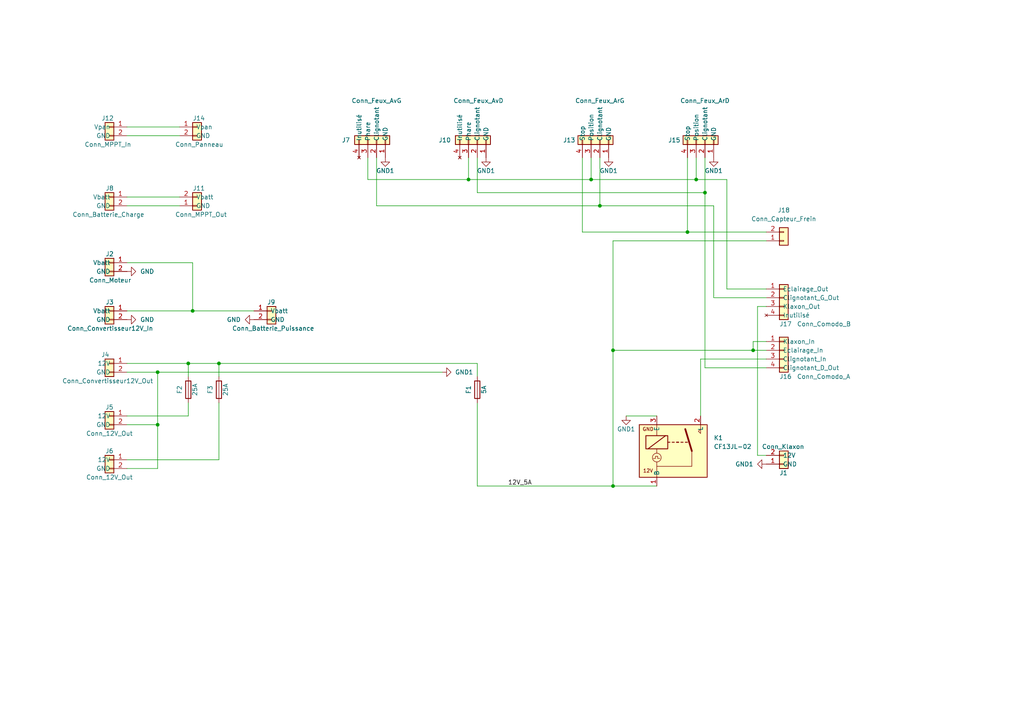
<source format=kicad_sch>
(kicad_sch (version 20211123) (generator eeschema)
  (paper "A4")
  (title_block (title "Boitier électrique vhéliotech") (date "2024-12-28") (company "Vélo solaire pour tous") (comment 1 "Licence CERN-OHL-S version 2"))
  (lib_symbols
    (symbol "Connector_Generic:Conn_01x02" (pin_names (offset 1.016) hide)
      (property "Reference" "J" (at 0 2.54 0))
      (property "Value" "Conn_01x02" (at 0 -5.08 0))
      (symbol "Conn_01x02_1_1"
        (rectangle (start -1.27 -2.413) (end 0 -2.667) (stroke (width 0.1524)))
        (rectangle (start -1.27 0.127) (end 0 -0.127) (stroke (width 0.1524)))
        (rectangle (start -1.27 1.27) (end 1.27 -3.81) (stroke (width 0.254)) (fill (type background)))
        (pin passive line (at -5.08 0 0) (length 3.81) (name "Pin_1") (number "1"))
        (pin passive line (at -5.08 -2.54 0) (length 3.81) (name "Pin_2") (number "2"))
      )
    )
    (symbol "circuit:CF13JL-02"
      (property "Reference" "K" (at 11.43 3.81 0))
      (property "Value" "CF13JL-02" (at 17.78 1.27 0))
      (symbol "CF13JL-02_0_1"
        (circle (center -5.08 -4.445) (radius 1.27))
        (polyline (pts (xy -5.08 -6.985) (xy -5.08 -5.715)))
        (polyline (pts (xy -6.096 -4.699) (xy -5.461 -4.699) (xy -5.461 -4.064) (xy -4.826 -4.064) (xy -4.826 -4.699) (xy -4.191 -4.699)))
      )
      (symbol "CF13JL-02_1_1"
        (rectangle (start -10.16 5.08) (end 9.525 -10.16) (stroke (width 0.254)) (fill (type background)))
        (rectangle (start -8.255 1.905) (end -1.905 -1.905) (stroke (width 0.254)))
        (polyline (pts (xy -7.62 -1.905) (xy -2.54 1.905)) (stroke (width 0.254)))
        (polyline (pts (xy -5.08 -10.16) (xy -5.08 -6.985)))
        (polyline (pts (xy -5.08 -3.175) (xy -5.08 -1.905)))
        (polyline (pts (xy -5.08 5.08) (xy -5.08 1.905)))
        (polyline (pts (xy -1.905 0) (xy -1.27 0)) (stroke (width 0.254)))
        (polyline (pts (xy -0.635 0) (xy 0 0)) (stroke (width 0.254)))
        (polyline (pts (xy 0.635 0) (xy 1.27 0)) (stroke (width 0.254)))
        (polyline (pts (xy 0.635 0) (xy 1.27 0)) (stroke (width 0.254)))
        (polyline (pts (xy 1.905 0) (xy 2.54 0)) (stroke (width 0.254)))
        (polyline (pts (xy 3.175 0) (xy 3.81 0)) (stroke (width 0.254)))
        (polyline (pts (xy 5.08 -6.985) (xy -5.08 -6.985)))
        (polyline (pts (xy 5.08 -2.54) (xy 3.175 3.81)) (stroke (width 0.508)))
        (polyline (pts (xy 5.08 -2.54) (xy 5.08 -6.985)))
        (polyline (pts (xy 7.62 3.81) (xy 7.62 5.08)))
        (polyline (pts (xy 7.62 3.81) (xy 7.62 2.54) (xy 6.985 3.175) (xy 7.62 3.81)))
        (text "12V" (at -7.62 -8.255 0) (effects (font (size 1.016 1.016))))
        (text "GND" (at -7.62 3.81 0) (effects (font (size 1.016 1.016))))
        (pin passive line (at -5.08 -12.7 90) (length 2.54) (name "B") (number "1"))
        (pin passive line (at 7.62 7.62 270) (length 2.54) (name "L") (number "2"))
        (pin passive line (at -5.08 7.62 270) (length 2.54) (name "E") (number "3"))
      )
    )
    (symbol "circuit:Conn_12V_Out" (pin_names (offset 1.016))
      (property "Reference" "J" (at 0 2.54 0))
      (property "Value" "Conn_12V_Out" (at 0 -5.08 0))
      (symbol "Conn_12V_Out_1_1"
        (rectangle (start -1.27 -2.413) (end 0 -2.667) (stroke (width 0.1524)))
        (rectangle (start -1.27 0.127) (end 0 -0.127) (stroke (width 0.1524)))
        (rectangle (start -1.27 1.27) (end 1.27 -3.81) (stroke (width 0.254)) (fill (type background)))
        (pin power_in line (at -5.08 0 0) (length 3.81) (name "12V") (number "1"))
        (pin power_in line (at -5.08 -2.54 0) (length 3.81) (name "GND") (number "2"))
      )
    )
    (symbol "circuit:Conn_Batterie_Charge" (pin_names (offset 1.016))
      (property "Reference" "J" (at 0 2.54 0))
      (property "Value" "Conn_Batterie_Charge" (at 0 -5.08 0))
      (symbol "Conn_Batterie_Charge_1_1"
        (rectangle (start -1.27 -2.413) (end 0 -2.667) (stroke (width 0.1524)))
        (rectangle (start -1.27 0.127) (end 0 -0.127) (stroke (width 0.1524)))
        (rectangle (start -1.27 1.27) (end 1.27 -3.81) (stroke (width 0.254)) (fill (type background)))
        (pin power_in line (at -5.08 0 0) (length 3.81) (name "Vbatt") (number "1"))
        (pin power_in line (at -5.08 -2.54 0) (length 3.81) (name "GND") (number "2"))
      )
    )
    (symbol "circuit:Conn_Batterie_Puissance" (pin_names (offset 1.016))
      (property "Reference" "J" (at 0 2.54 0))
      (property "Value" "Conn_Batterie_Puissance" (at 0 -5.08 0))
      (symbol "Conn_Batterie_Puissance_1_1"
        (rectangle (start -1.27 -2.413) (end 0 -2.667) (stroke (width 0.1524)))
        (rectangle (start -1.27 0.127) (end 0 -0.127) (stroke (width 0.1524)))
        (rectangle (start -1.27 1.27) (end 1.27 -3.81) (stroke (width 0.254)) (fill (type background)))
        (pin power_out line (at -5.08 0 0) (length 3.81) (name "Vbatt") (number "1"))
        (pin power_out line (at -5.08 -2.54 0) (length 3.81) (name "GND") (number "2"))
      )
    )
    (symbol "circuit:Conn_Comodo_A" (pin_names (offset 1.016))
      (property "Reference" "J" (at 0 5.08 0))
      (property "Value" "Conn_Comodo_A" (at 0 -7.62 0))
      (symbol "Conn_Comodo_A_1_1"
        (rectangle (start -1.27 -4.953) (end 0 -5.207) (stroke (width 0.1524)))
        (rectangle (start -1.27 -2.413) (end 0 -2.667) (stroke (width 0.1524)))
        (rectangle (start -1.27 0.127) (end 0 -0.127) (stroke (width 0.1524)))
        (rectangle (start -1.27 2.667) (end 0 2.413) (stroke (width 0.1524)))
        (rectangle (start -1.27 3.81) (end 1.27 -6.35) (stroke (width 0.254)) (fill (type background)))
        (pin power_in line (at -5.08 2.54 0) (length 3.81) (name "Klaxon_In") (number "1"))
        (pin power_in line (at -5.08 0 0) (length 3.81) (name "Eclairage_In") (number "2"))
        (pin passive line (at -5.08 -2.54 0) (length 3.81) (name "Clignotant_In") (number "3"))
        (pin passive line (at -5.08 -5.08 0) (length 3.81) (name "Clignotant_D_Out") (number "4"))
      )
    )
    (symbol "circuit:Conn_Comodo_B" (pin_names (offset 1.016))
      (property "Reference" "J" (at 0 5.08 0))
      (property "Value" "Conn_Comodo_B" (at 0 -7.62 0))
      (symbol "Conn_Comodo_B_1_1"
        (rectangle (start -1.27 -4.953) (end 0 -5.207) (stroke (width 0.1524)))
        (rectangle (start -1.27 -2.413) (end 0 -2.667) (stroke (width 0.1524)))
        (rectangle (start -1.27 0.127) (end 0 -0.127) (stroke (width 0.1524)))
        (rectangle (start -1.27 2.667) (end 0 2.413) (stroke (width 0.1524)))
        (rectangle (start -1.27 3.81) (end 1.27 -6.35) (stroke (width 0.254)) (fill (type background)))
        (pin passive line (at -5.08 2.54 0) (length 3.81) (name "Eclairage_Out") (number "1"))
        (pin passive line (at -5.08 0 0) (length 3.81) (name "Clignotant_G_Out") (number "2"))
        (pin passive line (at -5.08 -2.54 0) (length 3.81) (name "Klaxon_Out") (number "3"))
        (pin no_connect line (at -5.08 -5.08 0) (length 3.81) (name "Inutilisé") (number "4"))
      )
    )
    (symbol "circuit:Conn_Convertisseur12V_In" (pin_names (offset 1.016))
      (property "Reference" "J" (at 0 2.54 0))
      (property "Value" "Conn_Convertisseur12V_In" (at 0 -5.08 0))
      (symbol "Conn_Convertisseur12V_In_1_1"
        (rectangle (start -1.27 -2.413) (end 0 -2.667) (stroke (width 0.1524)))
        (rectangle (start -1.27 0.127) (end 0 -0.127) (stroke (width 0.1524)))
        (rectangle (start -1.27 1.27) (end 1.27 -3.81) (stroke (width 0.254)) (fill (type background)))
        (pin power_in line (at -5.08 0 0) (length 3.81) (name "Vbatt") (number "1"))
        (pin power_in line (at -5.08 -2.54 0) (length 3.81) (name "GND") (number "2"))
      )
    )
    (symbol "circuit:Conn_Convertisseur12V_Out" (pin_names (offset 1.016))
      (property "Reference" "J" (at 0 2.54 0))
      (property "Value" "Conn_Convertisseur12V_Out" (at 0 -5.08 0))
      (symbol "Conn_Convertisseur12V_Out_1_1"
        (rectangle (start -1.27 -2.413) (end 0 -2.667) (stroke (width 0.1524)))
        (rectangle (start -1.27 0.127) (end 0 -0.127) (stroke (width 0.1524)))
        (rectangle (start -1.27 1.27) (end 1.27 -3.81) (stroke (width 0.254)) (fill (type background)))
        (pin power_out line (at -5.08 0 0) (length 3.81) (name "12V") (number "1"))
        (pin power_out line (at -5.08 -2.54 0) (length 3.81) (name "GND") (number "2"))
      )
    )
    (symbol "circuit:Conn_Feux_Arriere" (pin_names (offset 1.016))
      (property "Reference" "J" (at 0 5.08 0))
      (property "Value" "Conn_Feux_Arriere" (at 0 -7.62 0))
      (symbol "Conn_Feux_Arriere_1_1"
        (rectangle (start -1.27 -4.953) (end 0 -5.207) (stroke (width 0.1524)))
        (rectangle (start -1.27 -2.413) (end 0 -2.667) (stroke (width 0.1524)))
        (rectangle (start -1.27 0.127) (end 0 -0.127) (stroke (width 0.1524)))
        (rectangle (start -1.27 2.667) (end 0 2.413) (stroke (width 0.1524)))
        (rectangle (start -1.27 3.81) (end 1.27 -6.35) (stroke (width 0.254)) (fill (type background)))
        (pin power_in line (at -5.08 2.54 0) (length 3.81) (name "GND") (number "1"))
        (pin passive line (at -5.08 0 0) (length 3.81) (name "Clignotant") (number "2"))
        (pin passive line (at -5.08 -2.54 0) (length 3.81) (name "Position") (number "3"))
        (pin passive line (at -5.08 -5.08 0) (length 3.81) (name "Stop") (number "4"))
      )
    )
    (symbol "circuit:Conn_Feux_Avant" (pin_names (offset 1.016))
      (property "Reference" "J" (at 0 5.08 0))
      (property "Value" "Conn_Feux_Avant" (at 0 -7.62 0))
      (symbol "Conn_Feux_Avant_1_1"
        (rectangle (start -1.27 -4.953) (end 0 -5.207) (stroke (width 0.1524)))
        (rectangle (start -1.27 -2.413) (end 0 -2.667) (stroke (width 0.1524)))
        (rectangle (start -1.27 0.127) (end 0 -0.127) (stroke (width 0.1524)))
        (rectangle (start -1.27 2.667) (end 0 2.413) (stroke (width 0.1524)))
        (rectangle (start -1.27 3.81) (end 1.27 -6.35) (stroke (width 0.254)) (fill (type background)))
        (pin power_in line (at -5.08 2.54 0) (length 3.81) (name "GND") (number "1"))
        (pin passive line (at -5.08 0 0) (length 3.81) (name "Clignotant") (number "2"))
        (pin passive line (at -5.08 -2.54 0) (length 3.81) (name "Phare") (number "3"))
        (pin no_connect line (at -5.08 -5.08 0) (length 3.81) (name "Inutilisé") (number "4"))
      )
    )
    (symbol "circuit:Conn_Klaxon" (pin_names (offset 1.016))
      (property "Reference" "J" (at 0 2.54 0))
      (property "Value" "Conn_Klaxon" (at 0 -5.08 0))
      (symbol "Conn_Klaxon_1_1"
        (rectangle (start -1.27 -2.413) (end 0 -2.667) (stroke (width 0.1524)))
        (rectangle (start -1.27 0.127) (end 0 -0.127) (stroke (width 0.1524)))
        (rectangle (start -1.27 1.27) (end 1.27 -3.81) (stroke (width 0.254)) (fill (type background)))
        (pin power_in line (at -5.08 0 0) (length 3.81) (name "GND") (number "1"))
        (pin passive line (at -5.08 -2.54 0) (length 3.81) (name "12V") (number "2"))
      )
    )
    (symbol "circuit:Conn_MPPT_In" (pin_names (offset 1.016))
      (property "Reference" "J" (at 0 2.54 0))
      (property "Value" "Conn_MPPT_In" (at 0 -5.08 0))
      (symbol "Conn_MPPT_In_1_1"
        (rectangle (start -1.27 -2.413) (end 0 -2.667) (stroke (width 0.1524)))
        (rectangle (start -1.27 0.127) (end 0 -0.127) (stroke (width 0.1524)))
        (rectangle (start -1.27 1.27) (end 1.27 -3.81) (stroke (width 0.254)) (fill (type background)))
        (pin power_in line (at -5.08 0 0) (length 3.81) (name "Vpan") (number "1"))
        (pin power_in line (at -5.08 -2.54 0) (length 3.81) (name "GND") (number "2"))
      )
    )
    (symbol "circuit:Conn_MPPT_Out" (pin_names (offset 1.016))
      (property "Reference" "J" (at 0 2.54 0))
      (property "Value" "Conn_MPPT_Out" (at 0 -5.08 0))
      (symbol "Conn_MPPT_Out_1_1"
        (rectangle (start -1.27 -2.413) (end 0 -2.667) (stroke (width 0.1524)))
        (rectangle (start -1.27 0.127) (end 0 -0.127) (stroke (width 0.1524)))
        (rectangle (start -1.27 1.27) (end 1.27 -3.81) (stroke (width 0.254)) (fill (type background)))
        (pin power_out line (at -5.08 -2.54 0) (length 3.81) (name "GND") (number "1"))
        (pin power_out line (at -5.08 0 0) (length 3.81) (name "Vbatt") (number "2"))
      )
    )
    (symbol "circuit:Conn_Moteur" (pin_names (offset 1.016))
      (property "Reference" "J" (at 0 2.54 0))
      (property "Value" "Conn_Moteur" (at 0 -5.08 0))
      (symbol "Conn_Moteur_1_1"
        (rectangle (start -1.27 -2.413) (end 0 -2.667) (stroke (width 0.1524)))
        (rectangle (start -1.27 0.127) (end 0 -0.127) (stroke (width 0.1524)))
        (rectangle (start -1.27 1.27) (end 1.27 -3.81) (stroke (width 0.254)) (fill (type background)))
        (pin power_in line (at -5.08 0 0) (length 3.81) (name "Vbatt") (number "1"))
        (pin power_in line (at -5.08 -2.54 0) (length 3.81) (name "GND") (number "2"))
      )
    )
    (symbol "circuit:Conn_Panneau" (pin_names (offset 1.016))
      (property "Reference" "J" (at 0 2.54 0))
      (property "Value" "Conn_Panneau" (at 0 -5.08 0))
      (symbol "Conn_Panneau_1_1"
        (rectangle (start -1.27 -2.413) (end 0 -2.667) (stroke (width 0.1524)))
        (rectangle (start -1.27 0.127) (end 0 -0.127) (stroke (width 0.1524)))
        (rectangle (start -1.27 1.27) (end 1.27 -3.81) (stroke (width 0.254)) (fill (type background)))
        (pin power_out line (at -5.08 0 0) (length 3.81) (name "Vpan") (number "1"))
        (pin power_out line (at -5.08 -2.54 0) (length 3.81) (name "GND") (number "2"))
      )
    )
    (symbol "circuit:Fuse" (pin_numbers hide) (pin_names (offset 0))
      (property "Reference" "F" (at 2.032 0 90))
      (property "Value" "Fuse" (at -1.905 0 90))
      (symbol "Fuse_0_1"
        (rectangle (start -0.762 -2.54) (end 0.762 2.54) (stroke (width 0.254)))
        (polyline (pts (xy 0 2.54) (xy 0 -2.54)))
      )
      (symbol "Fuse_1_1"
        (pin power_out line (at 0 3.81 270) (length 1.27) (name "~") (number "1"))
        (pin power_in line (at 0 -3.81 90) (length 1.27) (name "~") (number "2"))
      )
    )
    (symbol "power:GND" (power) (pin_names (offset 0))
      (property "Value" "GND" (at 0 -3.81 0))
      (symbol "GND_0_1"
        (polyline (pts (xy 0 0) (xy 0 -1.27) (xy 1.27 -1.27) (xy 0 -2.54) (xy -1.27 -1.27) (xy 0 -1.27)))
      )
      (symbol "GND_1_1"
        (pin power_in line (at 0 0 270) (length 0) hide (name "GND") (number "1"))
      )
    )
    (symbol "power:GND1" (power) (pin_names (offset 0))
      (property "Value" "GND1" (at 0 -3.81 0))
      (symbol "GND1_0_1"
        (polyline (pts (xy 0 0) (xy 0 -1.27) (xy 1.27 -1.27) (xy 0 -2.54) (xy -1.27 -1.27) (xy 0 -1.27)))
      )
      (symbol "GND1_1_1"
        (pin power_in line (at 0 0 270) (length 0) hide (name "GND1") (number "1"))
      )
    )
  )
  (junction (at 173.99 59.69))
  (junction (at 55.88 90.17))
  (junction (at 135.89 52.07))
  (junction (at 171.45 52.07))
  (junction (at 63.5 105.41))
  (junction (at 45.72 123.19))
  (junction (at 199.39 67.31))
  (junction (at 177.8 140.97))
  (junction (at 54.61 105.41))
  (junction (at 177.8 101.6))
  (junction (at 201.93 52.07))
  (junction (at 204.47 55.88))
  (junction (at 218.44 101.6))
  (junction (at 45.72 107.95))
  (wire (pts (xy 55.88 76.2) (xy 36.83 76.2)))
  (wire (pts (xy 54.61 116.84) (xy 54.61 120.65)))
  (wire (pts (xy 54.61 105.41) (xy 54.61 109.22)))
  (wire (pts (xy 36.83 133.35) (xy 63.5 133.35)))
  (wire (pts (xy 135.89 52.07) (xy 106.68 52.07)))
  (wire (pts (xy 218.44 99.06) (xy 222.25 99.06)))
  (wire (pts (xy 36.83 57.15) (xy 52.07 57.15)))
  (wire (pts (xy 201.93 45.72) (xy 201.93 52.07)))
  (wire (pts (xy 173.99 45.72) (xy 173.99 59.69)))
  (wire (pts (xy 63.5 133.35) (xy 63.5 116.84)))
  (wire (pts (xy 138.43 116.84) (xy 138.43 140.97)))
  (wire (pts (xy 36.83 90.17) (xy 55.88 90.17)))
  (wire (pts (xy 203.2 104.14) (xy 222.25 104.14)))
  (wire (pts (xy 204.47 55.88) (xy 138.43 55.88)))
  (wire (pts (xy 135.89 45.72) (xy 135.89 52.07)))
  (wire (pts (xy 54.61 105.41) (xy 63.5 105.41)))
  (wire (pts (xy 218.44 101.6) (xy 177.8 101.6)))
  (wire (pts (xy 207.01 86.36) (xy 222.25 86.36)))
  (wire (pts (xy 138.43 109.22) (xy 138.43 105.41)))
  (wire (pts (xy 219.71 132.08) (xy 222.25 132.08)))
  (wire (pts (xy 63.5 105.41) (xy 138.43 105.41)))
  (wire (pts (xy 45.72 107.95) (xy 45.72 123.19)))
  (wire (pts (xy 45.72 123.19) (xy 45.72 135.89)))
  (wire (pts (xy 222.25 67.31) (xy 199.39 67.31)))
  (wire (pts (xy 177.8 101.6) (xy 177.8 140.97)))
  (wire (pts (xy 199.39 67.31) (xy 199.39 45.72)))
  (wire (pts (xy 222.25 101.6) (xy 218.44 101.6)))
  (wire (pts (xy 210.82 52.07) (xy 210.82 83.82)))
  (wire (pts (xy 45.72 135.89) (xy 36.83 135.89)))
  (wire (pts (xy 203.2 120.65) (xy 203.2 104.14)))
  (wire (pts (xy 181.61 120.65) (xy 190.5 120.65)))
  (wire (pts (xy 168.91 67.31) (xy 168.91 45.72)))
  (wire (pts (xy 63.5 105.41) (xy 63.5 109.22)))
  (wire (pts (xy 109.22 59.69) (xy 109.22 45.72)))
  (wire (pts (xy 55.88 90.17) (xy 73.66 90.17)))
  (wire (pts (xy 204.47 106.68) (xy 222.25 106.68)))
  (wire (pts (xy 177.8 69.85) (xy 222.25 69.85)))
  (wire (pts (xy 36.83 120.65) (xy 54.61 120.65)))
  (wire (pts (xy 219.71 88.9) (xy 219.71 132.08)))
  (wire (pts (xy 135.89 52.07) (xy 171.45 52.07)))
  (wire (pts (xy 171.45 45.72) (xy 171.45 52.07)))
  (wire (pts (xy 45.72 107.95) (xy 128.27 107.95)))
  (wire (pts (xy 177.8 69.85) (xy 177.8 101.6)))
  (wire (pts (xy 173.99 59.69) (xy 109.22 59.69)))
  (wire (pts (xy 207.01 59.69) (xy 207.01 86.36)))
  (wire (pts (xy 190.5 140.97) (xy 177.8 140.97)))
  (wire (pts (xy 218.44 101.6) (xy 218.44 99.06)))
  (wire (pts (xy 55.88 90.17) (xy 55.88 76.2)))
  (wire (pts (xy 199.39 67.31) (xy 168.91 67.31)))
  (wire (pts (xy 177.8 140.97) (xy 138.43 140.97)))
  (wire (pts (xy 138.43 55.88) (xy 138.43 45.72)))
  (wire (pts (xy 36.83 123.19) (xy 45.72 123.19)))
  (wire (pts (xy 204.47 55.88) (xy 204.47 106.68)))
  (wire (pts (xy 36.83 39.37) (xy 52.07 39.37)))
  (wire (pts (xy 222.25 88.9) (xy 219.71 88.9)))
  (wire (pts (xy 36.83 107.95) (xy 45.72 107.95)))
  (wire (pts (xy 173.99 59.69) (xy 207.01 59.69)))
  (wire (pts (xy 36.83 36.83) (xy 52.07 36.83)))
  (wire (pts (xy 204.47 45.72) (xy 204.47 55.88)))
  (wire (pts (xy 210.82 83.82) (xy 222.25 83.82)))
  (wire (pts (xy 36.83 105.41) (xy 54.61 105.41)))
  (wire (pts (xy 171.45 52.07) (xy 201.93 52.07)))
  (wire (pts (xy 36.83 59.69) (xy 52.07 59.69)))
  (wire (pts (xy 201.93 52.07) (xy 210.82 52.07)))
  (wire (pts (xy 106.68 52.07) (xy 106.68 45.72)))
  (label "12V_5A" (at 147.32 140.97 0))
  (symbol (lib_id "power:GND") (at 36.83 78.74 90) (unit 1)
    (property "Reference" "#PWR0101" (effects hide))
    (property "Value" "GND" (at 40.64 78.7399 90) (effects (justify right)))
  )
  (symbol (lib_id "circuit:Conn_Convertisseur12V_In") (at 31.75 90.17 0) (mirror y) (unit 1) (in_bom no) (on_board no)
    (property "Reference" "J3" (at 33.02 87.63 0) (effects (justify left)))
    (property "Value" "Conn_Convertisseur12V_In" (at 44.45 95.25 0) (effects (justify left)))
    (property "Footprint" "circuit:TerminalBlock_Amphenol_HG0200X0000G_1x02_P5.00mm_45Degree" (effects hide))
  )
  (symbol (lib_id "power:GND1") (at 111.76 45.72 0) (unit 1)
    (property "Reference" "#PWR0105" (effects hide))
    (property "Value" "GND1" (at 111.76 49.53 0))
  )
  (symbol (lib_id "circuit:Conn_Feux_Avant") (at 138.43 40.64 270) (mirror x) (unit 1)
    (property "Reference" "J10" (at 130.81 40.64 90) (effects (justify right)))
    (property "Value" "Conn_Feux_AvD" (at 146.05 29.21 90) (effects (justify right)))
    (property "Footprint" "circuit:Generic_HeaderSocket_1x04_P5.08mm_Vertical_Open" (effects hide))
  )
  (symbol (lib_id "circuit:CF13JL-02") (at 195.58 128.27 0) (unit 1)
    (property "Reference" "K1" (at 207.01 126.9999 0) (effects (justify left)))
    (property "Value" "CF13JL-02" (at 207.01 129.5399 0) (effects (justify left)))
    (property "Footprint" "circuit:CF13JL-02" (effects hide))
  )
  (symbol (lib_id "circuit:Fuse") (at 54.61 113.03 180) (unit 1) (in_bom no) (on_board no)
    (property "Reference" "F2" (at 52.07 113.03 90))
    (property "Value" "25A" (at 56.515 113.03 90))
    (property "Footprint" "circuit:Littelfuse_FuseHolder_FL1_178.6764.0001" (effects hide))
  )
  (symbol (lib_id "power:GND") (at 73.66 92.71 270) (unit 1)
    (property "Reference" "#PWR0111" (effects hide))
    (property "Value" "GND" (at 69.85 92.7099 90) (effects (justify right)))
  )
  (symbol (lib_id "circuit:Conn_Klaxon") (at 227.33 134.62 0) (mirror x) (unit 1)
    (property "Reference" "J1" (at 226.06 137.16 0) (effects (justify left)))
    (property "Value" "Conn_Klaxon" (at 220.98 129.54 0) (effects (justify left)))
    (property "Footprint" "Connector_Phoenix_MSTB:PhoenixContact_MSTBVA_2,5_2-G-5,08_1x02_P5.08mm_Vertical" (effects hide))
  )
  (symbol (lib_id "circuit:Conn_12V_Out") (at 31.75 120.65 0) (mirror y) (unit 1) (in_bom no) (on_board no)
    (property "Reference" "J5" (at 31.75 118.11 0))
    (property "Value" "Conn_12V_Out" (at 31.75 125.73 0))
    (property "Footprint" "circuit:TerminalBlock_Amphenol_HG0200X0000G_1x02_P5.00mm_45Degree" (effects hide))
  )
  (symbol (lib_id "power:GND1") (at 140.97 45.72 0) (unit 1)
    (property "Reference" "#PWR0106" (effects hide))
    (property "Value" "GND1" (at 140.97 49.53 0))
  )
  (symbol (lib_id "circuit:Conn_Feux_Arriere") (at 173.99 40.64 270) (mirror x) (unit 1)
    (property "Reference" "J13" (at 165.1 40.64 90))
    (property "Value" "Conn_Feux_ArG" (at 173.99 29.21 90))
    (property "Footprint" "circuit:Generic_HeaderSocket_1x04_P5.08mm_Vertical_Open" (effects hide))
  )
  (symbol (lib_id "circuit:Conn_Batterie_Puissance") (at 78.74 90.17 0) (unit 1) (in_bom no) (on_board no)
    (property "Reference" "J9" (at 77.47 87.63 0) (effects (justify left)))
    (property "Value" "Conn_Batterie_Puissance" (at 67.31 95.25 0) (effects (justify left)))
    (property "Footprint" "circuit:TerminalBlock_Amphenol_HG0200X0000G_1x02_P5.00mm_45Degree" (effects hide))
  )
  (symbol (lib_id "circuit:Conn_Moteur") (at 31.75 76.2 0) (mirror y) (unit 1) (in_bom no) (on_board no)
    (property "Reference" "J2" (at 33.02 73.66 0) (effects (justify left)))
    (property "Value" "Conn_Moteur" (at 38.1 81.28 0) (effects (justify left)))
    (property "Footprint" "circuit:TerminalBlock_Amphenol_HG0200X0000G_1x02_P5.00mm_45Degree" (effects hide))
  )
  (symbol (lib_id "power:GND1") (at 222.25 134.62 270) (mirror x) (unit 1)
    (property "Reference" "#PWR0102" (effects hide))
    (property "Value" "GND1" (at 215.9 134.62 90))
  )
  (symbol (lib_id "circuit:Conn_Convertisseur12V_Out") (at 31.75 105.41 0) (mirror y) (unit 1)
    (property "Reference" "J4" (at 31.75 102.87 0) (effects (justify left)))
    (property "Value" "Conn_Convertisseur12V_Out" (at 44.45 110.49 0) (effects (justify left)))
    (property "Footprint" "Connector_Phoenix_MSTB:PhoenixContact_MSTBVA_2,5_2-G-5,08_1x02_P5.08mm_Vertical" (effects hide))
  )
  (symbol (lib_id "circuit:Conn_MPPT_In") (at 31.75 36.83 0) (mirror y) (unit 1) (in_bom no) (on_board no)
    (property "Reference" "J12" (at 33.02 34.29 0) (effects (justify left)))
    (property "Value" "Conn_MPPT_In" (at 38.1 41.91 0) (effects (justify left)))
    (property "Footprint" "circuit:TerminalBlock_Amphenol_HG0200X0000G_1x02_P5.00mm_45Degree" (effects hide))
  )
  (symbol (lib_id "circuit:Conn_Comodo_A") (at 227.33 101.6 0) (unit 1)
    (property "Reference" "J16" (at 226.06 109.22 0) (effects (justify left)))
    (property "Value" "Conn_Comodo_A" (at 231.14 109.22 0) (effects (justify left)))
    (property "Footprint" "circuit:Generic_HeaderSocket_1x04_P5.08mm_Vertical_Open" (effects hide))
  )
  (symbol (lib_id "circuit:Conn_Panneau") (at 57.15 36.83 0) (unit 1) (in_bom no) (on_board no)
    (property "Reference" "J14" (at 55.88 34.29 0) (effects (justify left)))
    (property "Value" "Conn_Panneau" (at 50.8 41.91 0) (effects (justify left)))
    (property "Footprint" "circuit:TerminalBlock_Amphenol_HG0200X0000G_1x02_P5.00mm_45Degree" (effects hide))
  )
  (symbol (lib_id "circuit:Conn_Batterie_Charge") (at 31.75 57.15 0) (mirror y) (unit 1) (in_bom no) (on_board no)
    (property "Reference" "J8" (at 33.02 54.61 0) (effects (justify left)))
    (property "Value" "Conn_Batterie_Charge" (at 41.91 62.23 0) (effects (justify left)))
    (property "Footprint" "circuit:TerminalBlock_Amphenol_HG0200X0000G_1x02_P5.00mm_45Degree" (effects hide))
  )
  (symbol (lib_id "power:GND1") (at 128.27 107.95 90) (unit 1)
    (property "Reference" "#PWR0113" (effects hide))
    (property "Value" "GND1" (at 134.62 107.95 90))
  )
  (symbol (lib_id "circuit:Conn_Comodo_B") (at 227.33 86.36 0) (unit 1)
    (property "Reference" "J17" (at 226.06 93.98 0) (effects (justify left)))
    (property "Value" "Conn_Comodo_B" (at 231.14 93.98 0) (effects (justify left)))
    (property "Footprint" "circuit:Generic_HeaderSocket_1x04_P5.08mm_Vertical_Open" (effects hide))
  )
  (symbol (lib_id "circuit:Fuse") (at 138.43 113.03 180) (unit 1)
    (property "Reference" "F1" (at 135.89 113.03 90))
    (property "Value" "5A" (at 140.335 113.03 90))
    (property "Footprint" "circuit:Littelfuse_FuseHolder_FL1_178.6764.0001" (effects hide))
  )
  (symbol (lib_id "circuit:Fuse") (at 63.5 113.03 180) (unit 1) (in_bom no) (on_board no)
    (property "Reference" "F3" (at 60.96 113.03 90))
    (property "Value" "25A" (at 65.405 113.03 90))
    (property "Footprint" "circuit:Littelfuse_FuseHolder_FL1_178.6764.0001" (effects hide))
  )
  (symbol (lib_id "power:GND1") (at 181.61 120.65 0) (unit 1)
    (property "Reference" "#PWR0112" (effects hide))
    (property "Value" "GND1" (at 181.61 124.46 0))
  )
  (symbol (lib_id "circuit:Conn_12V_Out") (at 31.75 133.35 0) (mirror y) (unit 1) (in_bom no) (on_board no)
    (property "Reference" "J6" (at 31.75 130.81 0))
    (property "Value" "Conn_12V_Out" (at 31.75 138.43 0))
    (property "Footprint" "circuit:TerminalBlock_Amphenol_HG0200X0000G_1x02_P5.00mm_45Degree" (effects hide))
  )
  (symbol (lib_id "circuit:Conn_Feux_Arriere") (at 204.47 40.64 270) (mirror x) (unit 1)
    (property "Reference" "J15" (at 195.58 40.64 90))
    (property "Value" "Conn_Feux_ArD" (at 204.47 29.21 90))
    (property "Footprint" "circuit:Generic_HeaderSocket_1x04_P5.08mm_Vertical_Open" (effects hide))
  )
  (symbol (lib_id "circuit:Conn_Feux_Avant") (at 109.22 40.64 270) (mirror x) (unit 1)
    (property "Reference" "J7" (at 100.33 40.64 90))
    (property "Value" "Conn_Feux_AvG" (at 109.22 29.21 90))
    (property "Footprint" "circuit:Generic_HeaderSocket_1x04_P5.08mm_Vertical_Open" (effects hide))
  )
  (symbol (lib_id "power:GND1") (at 207.01 45.72 0) (unit 1)
    (property "Reference" "#PWR0108" (effects hide))
    (property "Value" "GND1" (at 207.01 49.53 0))
  )
  (symbol (lib_id "power:GND") (at 36.83 92.71 90) (unit 1)
    (property "Reference" "#PWR0104" (effects hide))
    (property "Value" "GND" (at 40.64 92.7099 90) (effects (justify right)))
  )
  (symbol (lib_id "circuit:Conn_MPPT_Out") (at 57.15 57.15 0) (unit 1) (in_bom no) (on_board no)
    (property "Reference" "J11" (at 55.88 54.61 0) (effects (justify left)))
    (property "Value" "Conn_MPPT_Out" (at 50.8 62.23 0) (effects (justify left)))
    (property "Footprint" "circuit:TerminalBlock_Amphenol_HG0200X0000G_1x02_P5.00mm_45Degree" (effects hide))
  )
  (symbol (lib_id "power:GND1") (at 176.53 45.72 0) (unit 1)
    (property "Reference" "#PWR0107" (effects hide))
    (property "Value" "GND1" (at 176.53 49.53 0))
  )
  (symbol (lib_id "Connector_Generic:Conn_01x02") (at 227.33 69.85 0) (mirror x) (unit 1)
    (property "Reference" "J18" (at 227.33 60.96 0))
    (property "Value" "Conn_Capteur_Frein" (at 227.33 63.5 0))
    (property "Footprint" "Connector_Phoenix_MSTB:PhoenixContact_MSTBVA_2,5_2-G-5,08_1x02_P5.08mm_Vertical" (effects hide))
  )
)
</source>
